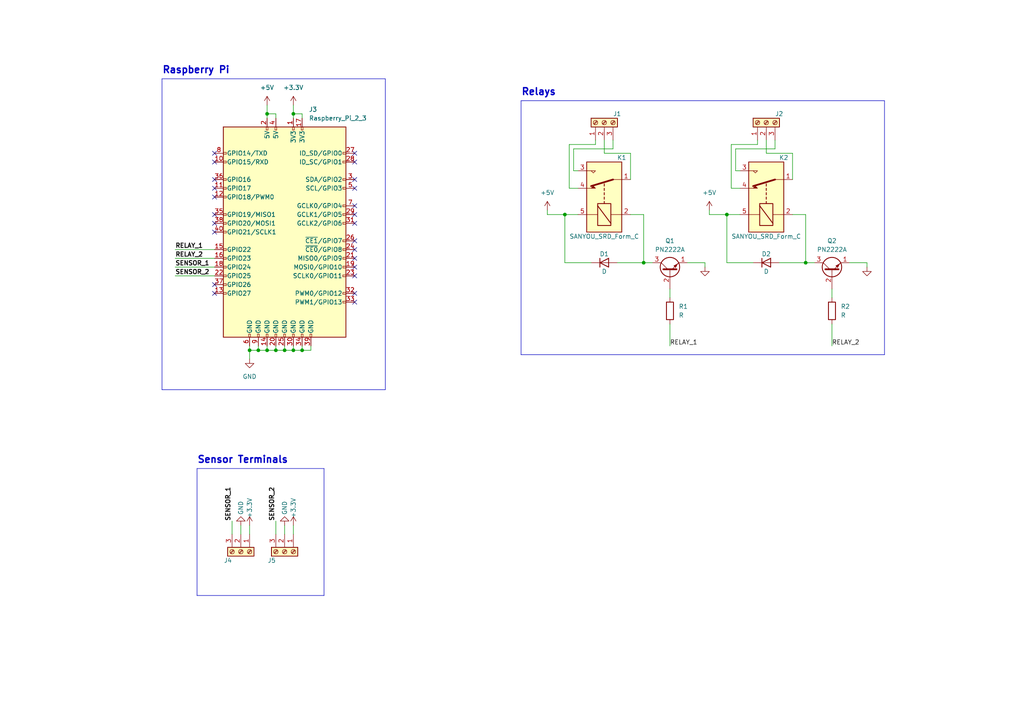
<source format=kicad_sch>
(kicad_sch (version 20230121) (generator eeschema)
  (paper "A4")
  (lib_symbols
    (symbol "Connector:Raspberry_Pi_2_3" (pin_names (offset 1.016))
      (property "Reference" "J" (at -17.78 31.75 0))
      (property "Value" "Raspberry_Pi_2_3" (at 10.16 -31.75 0))
      (symbol "Raspberry_Pi_2_3_0_1"
        (rectangle (start -17.78 30.48) (end 17.78 -30.48) (stroke (width 0.254)) (fill (type background)))
      )
      (symbol "Raspberry_Pi_2_3_1_1"
        (rectangle (start -16.891 -17.526) (end -17.78 -18.034))
        (rectangle (start -16.891 -14.986) (end -17.78 -15.494))
        (rectangle (start -16.891 -12.446) (end -17.78 -12.954))
        (rectangle (start -16.891 -9.906) (end -17.78 -10.414))
        (rectangle (start -16.891 -7.366) (end -17.78 -7.874))
        (rectangle (start -16.891 -4.826) (end -17.78 -5.334))
        (rectangle (start -16.891 0.254) (end -17.78 -0.254))
        (rectangle (start -16.891 2.794) (end -17.78 2.286))
        (rectangle (start -16.891 5.334) (end -17.78 4.826))
        (rectangle (start -16.891 10.414) (end -17.78 9.906))
        (rectangle (start -16.891 12.954) (end -17.78 12.446))
        (rectangle (start -16.891 15.494) (end -17.78 14.986))
        (rectangle (start -16.891 20.574) (end -17.78 20.066))
        (rectangle (start -16.891 23.114) (end -17.78 22.606))
        (rectangle (start -10.414 -29.591) (end -9.906 -30.48))
        (rectangle (start -7.874 -29.591) (end -7.366 -30.48))
        (rectangle (start -5.334 -29.591) (end -4.826 -30.48))
        (rectangle (start -5.334 30.48) (end -4.826 29.591))
        (rectangle (start -2.794 -29.591) (end -2.286 -30.48))
        (rectangle (start -2.794 30.48) (end -2.286 29.591))
        (rectangle (start -0.254 -29.591) (end 0.254 -30.48))
        (rectangle (start 2.286 -29.591) (end 2.794 -30.48))
        (rectangle (start 2.286 30.48) (end 2.794 29.591))
        (rectangle (start 4.826 -29.591) (end 5.334 -30.48))
        (rectangle (start 4.826 30.48) (end 5.334 29.591))
        (rectangle (start 7.366 -29.591) (end 7.874 -30.48))
        (rectangle (start 17.78 -20.066) (end 16.891 -20.574))
        (rectangle (start 17.78 -17.526) (end 16.891 -18.034))
        (rectangle (start 17.78 -12.446) (end 16.891 -12.954))
        (rectangle (start 17.78 -9.906) (end 16.891 -10.414))
        (rectangle (start 17.78 -7.366) (end 16.891 -7.874))
        (rectangle (start 17.78 -4.826) (end 16.891 -5.334))
        (rectangle (start 17.78 -2.286) (end 16.891 -2.794))
        (rectangle (start 17.78 2.794) (end 16.891 2.286))
        (rectangle (start 17.78 5.334) (end 16.891 4.826))
        (rectangle (start 17.78 7.874) (end 16.891 7.366))
        (rectangle (start 17.78 12.954) (end 16.891 12.446))
        (rectangle (start 17.78 15.494) (end 16.891 14.986))
        (rectangle (start 17.78 20.574) (end 16.891 20.066))
        (rectangle (start 17.78 23.114) (end 16.891 22.606))
        (pin power_in line (at 2.54 33.02 270) (length 2.54) (name "3V3") (number "1"))
        (pin bidirectional line (at -20.32 20.32 0) (length 2.54) (name "GPIO15/RXD") (number "10"))
        (pin bidirectional line (at -20.32 12.7 0) (length 2.54) (name "GPIO17") (number "11"))
        (pin bidirectional line (at -20.32 10.16 0) (length 2.54) (name "GPIO18/PWM0") (number "12"))
        (pin bidirectional line (at -20.32 -17.78 0) (length 2.54) (name "GPIO27") (number "13"))
        (pin power_in line (at -5.08 -33.02 90) (length 2.54) (name "GND") (number "14"))
        (pin bidirectional line (at -20.32 -5.08 0) (length 2.54) (name "GPIO22") (number "15"))
        (pin bidirectional line (at -20.32 -7.62 0) (length 2.54) (name "GPIO23") (number "16"))
        (pin power_in line (at 5.08 33.02 270) (length 2.54) (name "3V3") (number "17"))
        (pin bidirectional line (at -20.32 -10.16 0) (length 2.54) (name "GPIO24") (number "18"))
        (pin bidirectional line (at 20.32 -10.16 180) (length 2.54) (name "MOSI0/GPIO10") (number "19"))
        (pin power_in line (at -5.08 33.02 270) (length 2.54) (name "5V") (number "2"))
        (pin power_in line (at -2.54 -33.02 90) (length 2.54) (name "GND") (number "20"))
        (pin bidirectional line (at 20.32 -7.62 180) (length 2.54) (name "MISO0/GPIO9") (number "21"))
        (pin bidirectional line (at -20.32 -12.7 0) (length 2.54) (name "GPIO25") (number "22"))
        (pin bidirectional line (at 20.32 -12.7 180) (length 2.54) (name "SCLK0/GPIO11") (number "23"))
        (pin bidirectional line (at 20.32 -5.08 180) (length 2.54) (name "~{CE0}/GPIO8") (number "24"))
        (pin power_in line (at 0 -33.02 90) (length 2.54) (name "GND") (number "25"))
        (pin bidirectional line (at 20.32 -2.54 180) (length 2.54) (name "~{CE1}/GPIO7") (number "26"))
        (pin bidirectional line (at 20.32 22.86 180) (length 2.54) (name "ID_SD/GPIO0") (number "27"))
        (pin bidirectional line (at 20.32 20.32 180) (length 2.54) (name "ID_SC/GPIO1") (number "28"))
        (pin bidirectional line (at 20.32 5.08 180) (length 2.54) (name "GCLK1/GPIO5") (number "29"))
        (pin bidirectional line (at 20.32 15.24 180) (length 2.54) (name "SDA/GPIO2") (number "3"))
        (pin power_in line (at 2.54 -33.02 90) (length 2.54) (name "GND") (number "30"))
        (pin bidirectional line (at 20.32 2.54 180) (length 2.54) (name "GCLK2/GPIO6") (number "31"))
        (pin bidirectional line (at 20.32 -17.78 180) (length 2.54) (name "PWM0/GPIO12") (number "32"))
        (pin bidirectional line (at 20.32 -20.32 180) (length 2.54) (name "PWM1/GPIO13") (number "33"))
        (pin power_in line (at 5.08 -33.02 90) (length 2.54) (name "GND") (number "34"))
        (pin bidirectional line (at -20.32 5.08 0) (length 2.54) (name "GPIO19/MISO1") (number "35"))
        (pin bidirectional line (at -20.32 15.24 0) (length 2.54) (name "GPIO16") (number "36"))
        (pin bidirectional line (at -20.32 -15.24 0) (length 2.54) (name "GPIO26") (number "37"))
        (pin bidirectional line (at -20.32 2.54 0) (length 2.54) (name "GPIO20/MOSI1") (number "38"))
        (pin power_in line (at 7.62 -33.02 90) (length 2.54) (name "GND") (number "39"))
        (pin power_in line (at -2.54 33.02 270) (length 2.54) (name "5V") (number "4"))
        (pin bidirectional line (at -20.32 0 0) (length 2.54) (name "GPIO21/SCLK1") (number "40"))
        (pin bidirectional line (at 20.32 12.7 180) (length 2.54) (name "SCL/GPIO3") (number "5"))
        (pin power_in line (at -10.16 -33.02 90) (length 2.54) (name "GND") (number "6"))
        (pin bidirectional line (at 20.32 7.62 180) (length 2.54) (name "GCLK0/GPIO4") (number "7"))
        (pin bidirectional line (at -20.32 22.86 0) (length 2.54) (name "GPIO14/TXD") (number "8"))
        (pin power_in line (at -7.62 -33.02 90) (length 2.54) (name "GND") (number "9"))
      )
    )
    (symbol "Connector:Screw_Terminal_01x03" (pin_names (offset 1.016) hide)
      (property "Reference" "J" (at 0 5.08 0))
      (property "Value" "Screw_Terminal_01x03" (at 0 -5.08 0))
      (symbol "Screw_Terminal_01x03_1_1"
        (rectangle (start -1.27 3.81) (end 1.27 -3.81) (stroke (width 0.254)) (fill (type background)))
        (circle (center 0 -2.54) (radius 0.635) (stroke (width 0.1524)))
        (polyline (pts (xy -0.5334 -2.2098) (xy 0.3302 -3.048)) (stroke (width 0.1524)))
        (polyline (pts (xy -0.5334 0.3302) (xy 0.3302 -0.508)) (stroke (width 0.1524)))
        (polyline (pts (xy -0.5334 2.8702) (xy 0.3302 2.032)) (stroke (width 0.1524)))
        (polyline (pts (xy -0.3556 -2.032) (xy 0.508 -2.8702)) (stroke (width 0.1524)))
        (polyline (pts (xy -0.3556 0.508) (xy 0.508 -0.3302)) (stroke (width 0.1524)))
        (polyline (pts (xy -0.3556 3.048) (xy 0.508 2.2098)) (stroke (width 0.1524)))
        (circle (center 0 0) (radius 0.635) (stroke (width 0.1524)))
        (circle (center 0 2.54) (radius 0.635) (stroke (width 0.1524)))
        (pin passive line (at -5.08 2.54 0) (length 3.81) (name "Pin_1") (number "1"))
        (pin passive line (at -5.08 0 0) (length 3.81) (name "Pin_2") (number "2"))
        (pin passive line (at -5.08 -2.54 0) (length 3.81) (name "Pin_3") (number "3"))
      )
    )
    (symbol "Device:D" (pin_numbers hide) (pin_names (offset 1.016) hide)
      (property "Reference" "D" (at 0 2.54 0))
      (property "Value" "D" (at 0 -2.54 0))
      (symbol "D_0_1"
        (polyline (pts (xy -1.27 1.27) (xy -1.27 -1.27)) (stroke (width 0.254)))
        (polyline (pts (xy 1.27 0) (xy -1.27 0)))
        (polyline (pts (xy 1.27 1.27) (xy 1.27 -1.27) (xy -1.27 0) (xy 1.27 1.27)) (stroke (width 0.254)))
      )
      (symbol "D_1_1"
        (pin passive line (at -3.81 0 0) (length 2.54) (name "K") (number "1"))
        (pin passive line (at 3.81 0 180) (length 2.54) (name "A") (number "2"))
      )
    )
    (symbol "Device:R" (pin_numbers hide) (pin_names (offset 0))
      (property "Reference" "R" (at 2.032 0 90))
      (property "Value" "R" (at 0 0 90))
      (symbol "R_0_1"
        (rectangle (start -1.016 -2.54) (end 1.016 2.54) (stroke (width 0.254)))
      )
      (symbol "R_1_1"
        (pin passive line (at 0 3.81 270) (length 1.27) (name "~") (number "1"))
        (pin passive line (at 0 -3.81 90) (length 1.27) (name "~") (number "2"))
      )
    )
    (symbol "Relay:SANYOU_SRD_Form_C"
      (property "Reference" "K" (at 11.43 3.81 0))
      (property "Value" "SANYOU_SRD_Form_C" (at 11.43 1.27 0))
      (symbol "SANYOU_SRD_Form_C_0_0"
        (polyline (pts (xy 7.62 5.08) (xy 7.62 2.54) (xy 6.985 3.175) (xy 7.62 3.81)))
      )
      (symbol "SANYOU_SRD_Form_C_0_1"
        (rectangle (start -10.16 5.08) (end 10.16 -5.08) (stroke (width 0.254)) (fill (type background)))
        (rectangle (start -8.255 1.905) (end -1.905 -1.905) (stroke (width 0.254)))
        (polyline (pts (xy -7.62 -1.905) (xy -2.54 1.905)) (stroke (width 0.254)))
        (polyline (pts (xy -5.08 -5.08) (xy -5.08 -1.905)))
        (polyline (pts (xy -5.08 5.08) (xy -5.08 1.905)))
        (polyline (pts (xy -1.905 0) (xy -1.27 0)) (stroke (width 0.254)))
        (polyline (pts (xy -0.635 0) (xy 0 0)) (stroke (width 0.254)))
        (polyline (pts (xy 0.635 0) (xy 1.27 0)) (stroke (width 0.254)))
        (polyline (pts (xy 1.905 0) (xy 2.54 0)) (stroke (width 0.254)))
        (polyline (pts (xy 3.175 0) (xy 3.81 0)) (stroke (width 0.254)))
        (polyline (pts (xy 5.08 -2.54) (xy 3.175 3.81)) (stroke (width 0.508)))
        (polyline (pts (xy 5.08 -2.54) (xy 5.08 -5.08)))
      )
      (symbol "SANYOU_SRD_Form_C_1_1"
        (polyline (pts (xy 2.54 3.81) (xy 3.175 3.175) (xy 2.54 2.54) (xy 2.54 5.08)) (fill (type outline)))
        (pin passive line (at 5.08 -7.62 90) (length 2.54) (name "~") (number "1"))
        (pin passive line (at -5.08 -7.62 90) (length 2.54) (name "~") (number "2"))
        (pin passive line (at 7.62 7.62 270) (length 2.54) (name "~") (number "3"))
        (pin passive line (at 2.54 7.62 270) (length 2.54) (name "~") (number "4"))
        (pin passive line (at -5.08 7.62 270) (length 2.54) (name "~") (number "5"))
      )
    )
    (symbol "Transistor_BJT:PN2222A" (pin_names (offset 0) hide)
      (property "Reference" "Q" (at 5.08 1.905 0))
      (property "Value" "PN2222A" (at 5.08 0 0))
      (symbol "PN2222A_0_1"
        (polyline (pts (xy 0 0) (xy 0.635 0)))
        (polyline (pts (xy 2.54 -2.54) (xy 0.635 -0.635)))
        (polyline (pts (xy 2.54 2.54) (xy 0.635 0.635)))
        (polyline (pts (xy 0.635 1.905) (xy 0.635 -1.905) (xy 0.635 -1.905)) (stroke (width 0.508)))
        (polyline (pts (xy 2.413 -2.413) (xy 1.905 -1.905) (xy 1.905 -1.905)))
        (polyline (pts (xy 1.143 -1.651) (xy 1.651 -1.143) (xy 2.159 -2.159) (xy 1.143 -1.651) (xy 1.143 -1.651)) (fill (type outline)))
        (circle (center 1.27 0) (radius 2.8194) (stroke (width 0.254)))
      )
      (symbol "PN2222A_1_1"
        (pin passive line (at 2.54 -5.08 90) (length 2.54) (name "E") (number "1"))
        (pin input line (at -5.08 0 0) (length 5.08) (name "B") (number "2"))
        (pin passive line (at 2.54 5.08 270) (length 2.54) (name "C") (number "3"))
      )
    )
    (symbol "power:+3.3V" (power) (pin_names (offset 0))
      (property "Value" "+3.3V" (at 0 3.556 0))
      (symbol "+3.3V_0_1"
        (polyline (pts (xy -0.762 1.27) (xy 0 2.54)))
        (polyline (pts (xy 0 0) (xy 0 2.54)))
        (polyline (pts (xy 0 2.54) (xy 0.762 1.27)))
      )
      (symbol "+3.3V_1_1"
        (pin power_in line (at 0 0 90) (length 0) hide (name "+3.3V") (number "1"))
      )
    )
    (symbol "power:+5V" (power) (pin_names (offset 0))
      (property "Value" "+5V" (at 0 3.556 0))
      (symbol "+5V_0_1"
        (polyline (pts (xy -0.762 1.27) (xy 0 2.54)))
        (polyline (pts (xy 0 0) (xy 0 2.54)))
        (polyline (pts (xy 0 2.54) (xy 0.762 1.27)))
      )
      (symbol "+5V_1_1"
        (pin power_in line (at 0 0 90) (length 0) hide (name "+5V") (number "1"))
      )
    )
    (symbol "power:GND" (power) (pin_names (offset 0))
      (property "Value" "GND" (at 0 -3.81 0))
      (symbol "GND_0_1"
        (polyline (pts (xy 0 0) (xy 0 -1.27) (xy 1.27 -1.27) (xy 0 -2.54) (xy -1.27 -1.27) (xy 0 -1.27)))
      )
      (symbol "GND_1_1"
        (pin power_in line (at 0 0 270) (length 0) hide (name "GND") (number "1"))
      )
    )
  )
  (junction (at 82.55 101.6))
  (junction (at 163.83 62.23))
  (junction (at 186.69 76.2))
  (junction (at 85.09 101.6))
  (junction (at 85.09 33.02))
  (junction (at 80.01 101.6))
  (junction (at 87.63 101.6))
  (junction (at 233.68 76.2))
  (junction (at 74.93 101.6))
  (junction (at 72.39 101.6))
  (junction (at 77.47 33.02))
  (junction (at 210.82 62.23))
  (junction (at 77.47 101.6))
  (no_connect (at 102.87 59.69))
  (no_connect (at 102.87 52.07))
  (no_connect (at 102.87 80.01))
  (no_connect (at 62.23 46.99))
  (no_connect (at 102.87 74.93))
  (no_connect (at 102.87 69.85))
  (no_connect (at 62.23 54.61))
  (no_connect (at 62.23 64.77))
  (no_connect (at 62.23 62.23))
  (no_connect (at 102.87 77.47))
  (no_connect (at 102.87 85.09))
  (no_connect (at 102.87 54.61))
  (no_connect (at 62.23 85.09))
  (no_connect (at 62.23 82.55))
  (no_connect (at 62.23 57.15))
  (no_connect (at 102.87 72.39))
  (no_connect (at 62.23 52.07))
  (no_connect (at 62.23 44.45))
  (no_connect (at 102.87 44.45))
  (no_connect (at 102.87 64.77))
  (no_connect (at 102.87 46.99))
  (no_connect (at 102.87 87.63))
  (no_connect (at 62.23 67.31))
  (no_connect (at 102.87 62.23))
  (wire (pts (xy 50.8 74.93) (xy 62.23 74.93)))
  (wire (pts (xy 222.25 44.45) (xy 229.87 44.45)))
  (wire (pts (xy 186.69 76.2) (xy 186.69 62.23)))
  (wire (pts (xy 74.93 101.6) (xy 74.93 100.33)))
  (wire (pts (xy 67.31 151.13) (xy 67.31 154.94)))
  (wire (pts (xy 87.63 101.6) (xy 87.63 100.33)))
  (wire (pts (xy 87.63 33.02) (xy 87.63 34.29)))
  (wire (pts (xy 241.3 83.82) (xy 241.3 86.36)))
  (wire (pts (xy 246.38 76.2) (xy 251.46 76.2)))
  (wire (pts (xy 179.07 76.2) (xy 186.69 76.2)))
  (wire (pts (xy 177.8 43.18) (xy 166.37 43.18)))
  (wire (pts (xy 251.46 76.2) (xy 251.46 77.47)))
  (wire (pts (xy 199.39 76.2) (xy 204.47 76.2)))
  (wire (pts (xy 82.55 152.4) (xy 82.55 154.94)))
  (wire (pts (xy 204.47 76.2) (xy 204.47 77.47)))
  (wire (pts (xy 241.3 93.98) (xy 241.3 100.33)))
  (polyline (pts (xy 57.15 135.89) (xy 57.15 172.72)))
  (wire (pts (xy 166.37 43.18) (xy 166.37 49.53)))
  (wire (pts (xy 77.47 33.02) (xy 80.01 33.02)))
  (polyline (pts (xy 46.99 22.86) (xy 111.76 22.86)))
  (wire (pts (xy 205.74 62.23) (xy 210.82 62.23)))
  (wire (pts (xy 212.09 54.61) (xy 212.09 41.91)))
  (wire (pts (xy 158.75 60.96) (xy 158.75 62.23)))
  (wire (pts (xy 72.39 101.6) (xy 74.93 101.6)))
  (wire (pts (xy 163.83 62.23) (xy 167.64 62.23)))
  (wire (pts (xy 80.01 101.6) (xy 82.55 101.6)))
  (wire (pts (xy 233.68 76.2) (xy 236.22 76.2)))
  (wire (pts (xy 229.87 44.45) (xy 229.87 52.07)))
  (wire (pts (xy 177.8 40.64) (xy 177.8 43.18)))
  (wire (pts (xy 165.1 41.91) (xy 172.72 41.91)))
  (wire (pts (xy 233.68 76.2) (xy 233.68 62.23)))
  (wire (pts (xy 194.31 83.82) (xy 194.31 86.36)))
  (wire (pts (xy 80.01 101.6) (xy 80.01 100.33)))
  (wire (pts (xy 69.85 152.4) (xy 69.85 154.94)))
  (wire (pts (xy 226.06 76.2) (xy 233.68 76.2)))
  (wire (pts (xy 85.09 33.02) (xy 87.63 33.02)))
  (wire (pts (xy 218.44 76.2) (xy 210.82 76.2)))
  (wire (pts (xy 222.25 40.64) (xy 222.25 44.45)))
  (wire (pts (xy 171.45 76.2) (xy 163.83 76.2)))
  (wire (pts (xy 166.37 49.53) (xy 167.64 49.53)))
  (wire (pts (xy 72.39 152.4) (xy 72.39 154.94)))
  (wire (pts (xy 165.1 54.61) (xy 165.1 41.91)))
  (wire (pts (xy 85.09 152.4) (xy 85.09 154.94)))
  (polyline (pts (xy 111.76 113.03) (xy 111.76 22.86)))
  (wire (pts (xy 85.09 101.6) (xy 85.09 100.33)))
  (wire (pts (xy 219.71 41.91) (xy 219.71 40.64)))
  (wire (pts (xy 82.55 101.6) (xy 82.55 100.33)))
  (wire (pts (xy 214.63 54.61) (xy 212.09 54.61)))
  (wire (pts (xy 50.8 80.01) (xy 62.23 80.01)))
  (wire (pts (xy 85.09 33.02) (xy 85.09 34.29)))
  (wire (pts (xy 186.69 76.2) (xy 189.23 76.2)))
  (polyline (pts (xy 57.15 172.72) (xy 93.98 172.72)))
  (wire (pts (xy 85.09 30.48) (xy 85.09 33.02)))
  (wire (pts (xy 158.75 62.23) (xy 163.83 62.23)))
  (wire (pts (xy 85.09 101.6) (xy 87.63 101.6)))
  (wire (pts (xy 87.63 101.6) (xy 90.17 101.6)))
  (wire (pts (xy 210.82 76.2) (xy 210.82 62.23)))
  (polyline (pts (xy 151.13 29.21) (xy 256.54 29.21)))
  (wire (pts (xy 233.68 62.23) (xy 229.87 62.23)))
  (polyline (pts (xy 46.99 113.03) (xy 111.76 113.03)))
  (wire (pts (xy 77.47 101.6) (xy 77.47 100.33)))
  (wire (pts (xy 74.93 101.6) (xy 77.47 101.6)))
  (wire (pts (xy 90.17 101.6) (xy 90.17 100.33)))
  (wire (pts (xy 72.39 100.33) (xy 72.39 101.6)))
  (wire (pts (xy 210.82 62.23) (xy 214.63 62.23)))
  (wire (pts (xy 72.39 101.6) (xy 72.39 104.14)))
  (wire (pts (xy 205.74 60.96) (xy 205.74 62.23)))
  (wire (pts (xy 213.36 49.53) (xy 214.63 49.53)))
  (polyline (pts (xy 93.98 172.72) (xy 93.98 135.89)))
  (wire (pts (xy 80.01 151.13) (xy 80.01 154.94)))
  (wire (pts (xy 175.26 40.64) (xy 175.26 44.45)))
  (polyline (pts (xy 151.13 29.21) (xy 151.13 102.87)))
  (wire (pts (xy 175.26 44.45) (xy 182.88 44.45)))
  (wire (pts (xy 50.8 77.47) (xy 62.23 77.47)))
  (polyline (pts (xy 46.99 22.86) (xy 46.99 113.03)))
  (wire (pts (xy 163.83 76.2) (xy 163.83 62.23)))
  (wire (pts (xy 224.79 40.64) (xy 224.79 43.18)))
  (polyline (pts (xy 57.15 135.89) (xy 93.98 135.89)))
  (wire (pts (xy 50.8 72.39) (xy 62.23 72.39)))
  (wire (pts (xy 172.72 41.91) (xy 172.72 40.64)))
  (wire (pts (xy 80.01 33.02) (xy 80.01 34.29)))
  (wire (pts (xy 186.69 62.23) (xy 182.88 62.23)))
  (wire (pts (xy 77.47 33.02) (xy 77.47 34.29)))
  (wire (pts (xy 82.55 101.6) (xy 85.09 101.6)))
  (wire (pts (xy 77.47 30.48) (xy 77.47 33.02)))
  (polyline (pts (xy 151.13 102.87) (xy 256.54 102.87)))
  (wire (pts (xy 212.09 41.91) (xy 219.71 41.91)))
  (wire (pts (xy 194.31 93.98) (xy 194.31 100.33)))
  (wire (pts (xy 182.88 44.45) (xy 182.88 52.07)))
  (wire (pts (xy 77.47 101.6) (xy 80.01 101.6)))
  (wire (pts (xy 224.79 43.18) (xy 213.36 43.18)))
  (wire (pts (xy 213.36 43.18) (xy 213.36 49.53)))
  (wire (pts (xy 167.64 54.61) (xy 165.1 54.61)))
  (polyline (pts (xy 256.54 102.87) (xy 256.54 29.21)))
  (text "Sensor Terminals" (at 57.15 134.62 0) (effects (font (size 2 2) bold) (justify left bottom)))
  (text "Raspberry Pi" (at 46.99 21.59 0) (effects (font (size 2 2) bold) (justify left bottom)))
  (text "Relays" (at 151.13 27.94 0) (effects (font (size 2 2) (thickness 0.4) bold) (justify left bottom)))
  (label "SENSOR_2" (at 80.01 151.13 90) (effects (font bold)))
  (label "SENSOR_1" (at 50.8 77.47 0) (effects (font bold)))
  (label "SENSOR_2" (at 50.8 80.01 0) (effects (font bold)))
  (label "RELAY_2" (at 50.8 74.93 0) (effects (font bold)))
  (label "SENSOR_1" (at 67.31 151.13 90) (effects (font bold)))
  (label "RELAY_2" (at 241.3 100.33 0))
  (label "RELAY_1" (at 50.8 72.39 0) (effects (font bold)))
  (label "RELAY_1" (at 194.31 100.33 0))
  (symbol (lib_id "Transistor_BJT:PN2222A") (at 194.31 78.74 90) (unit 1)
    (property "Reference" "Q1" (at 194.31 69.85 90))
    (property "Value" "PN2222A" (at 194.31 72.39 90))
    (property "Footprint" "Package_TO_SOT_THT:TO-92_Inline" (effects hide))
    (property "Datasheet" "https://www.onsemi.com/pub/Collateral/PN2222-D.PDF" (effects hide))
  )
  (symbol (lib_id "power:+3.3V") (at 85.09 152.4 0) (unit 1)
    (property "Reference" "#PWR08" (effects hide))
    (property "Value" "+3.3V" (at 85.09 147.32 90))
  )
  (symbol (lib_id "power:GND") (at 69.85 152.4 180) (unit 1)
    (property "Reference" "#PWR010" (effects hide))
    (property "Value" "GND" (at 69.85 147.32 90))
  )
  (symbol (lib_id "Transistor_BJT:PN2222A") (at 241.3 78.74 90) (unit 1)
    (property "Reference" "Q2" (at 241.3 69.85 90))
    (property "Value" "PN2222A" (at 241.3 72.39 90))
    (property "Footprint" "Package_TO_SOT_THT:TO-92_Inline" (effects hide))
    (property "Datasheet" "https://www.onsemi.com/pub/Collateral/PN2222-D.PDF" (effects hide))
  )
  (symbol (lib_id "Connector:Screw_Terminal_01x03") (at 82.55 160.02 270) (unit 1)
    (property "Reference" "J5" (at 80.01 162.56 90) (effects (justify right)))
    (property "Value" "Screw_Terminal_01x03" (effects hide))
    (property "Footprint" "TerminalBlock_RND:TerminalBlock_RND_205-00013_1x03_P5.00mm_Horizontal" (effects hide))
  )
  (symbol (lib_id "Connector:Raspberry_Pi_2_3") (at 82.55 67.31 0) (unit 1)
    (property "Reference" "J3" (at 89.5859 31.75 0) (effects (justify left)))
    (property "Value" "Raspberry_Pi_2_3" (at 89.5859 34.29 0) (effects (justify left)))
    (property "Footprint" "Connector_PinSocket_2.54mm:PinSocket_2x20_P2.54mm_Vertical" (effects hide))
    (property "Datasheet" "https://www.raspberrypi.org/documentation/hardware/raspberrypi/schematics/rpi_SCH_3bplus_1p0_reduced.pdf" (effects hide))
  )
  (symbol (lib_id "power:+5V") (at 158.75 60.96 0) (unit 1)
    (property "Reference" "#PWR01" (effects hide))
    (property "Value" "+5V" (at 158.75 55.88 0))
  )
  (symbol (lib_id "Connector:Screw_Terminal_01x03") (at 222.25 35.56 90) (unit 1)
    (property "Reference" "J2" (at 224.79 33.02 90) (effects (justify right)))
    (property "Value" "Screw_Terminal_01x03" (effects hide))
    (property "Footprint" "TerminalBlock_RND:TerminalBlock_RND_205-00013_1x03_P5.00mm_Horizontal" (effects hide))
  )
  (symbol (lib_id "Device:D") (at 175.26 76.2 0) (unit 1)
    (property "Reference" "D1" (at 175.26 73.66 0))
    (property "Value" "D" (at 175.26 78.74 0))
    (property "Footprint" "Diode_THT:D_DO-35_SOD27_P3.81mm_Vertical_AnodeUp" (effects hide))
    (property "Sim.Device" "D" (effects hide))
    (property "Sim.Pins" "1=K 2=A" (effects hide))
  )
  (symbol (lib_id "power:GND") (at 82.55 152.4 180) (unit 1)
    (property "Reference" "#PWR011" (effects hide))
    (property "Value" "GND" (at 82.55 147.32 90))
  )
  (symbol (lib_id "power:+5V") (at 205.74 60.96 0) (unit 1)
    (property "Reference" "#PWR03" (effects hide))
    (property "Value" "+5V" (at 205.74 55.88 0))
  )
  (symbol (lib_id "power:+3.3V") (at 72.39 152.4 0) (unit 1)
    (property "Reference" "#PWR09" (effects hide))
    (property "Value" "+3.3V" (at 72.39 147.32 90))
  )
  (symbol (lib_id "power:GND") (at 72.39 104.14 0) (unit 1)
    (property "Reference" "#PWR05" (effects hide))
    (property "Value" "GND" (at 72.39 109.22 0))
  )
  (symbol (lib_id "power:+3.3V") (at 85.09 30.48 0) (unit 1)
    (property "Reference" "#PWR07" (effects hide))
    (property "Value" "+3.3V" (at 85.09 25.4 0))
  )
  (symbol (lib_id "Connector:Screw_Terminal_01x03") (at 69.85 160.02 270) (unit 1)
    (property "Reference" "J4" (at 67.31 162.56 90) (effects (justify right)))
    (property "Value" "Screw_Terminal_01x03" (effects hide))
    (property "Footprint" "TerminalBlock_RND:TerminalBlock_RND_205-00013_1x03_P5.00mm_Horizontal" (effects hide))
  )
  (symbol (lib_id "Device:D") (at 222.25 76.2 0) (unit 1)
    (property "Reference" "D2" (at 222.25 73.66 0))
    (property "Value" "D" (at 222.25 78.74 0))
    (property "Footprint" "Diode_THT:D_DO-35_SOD27_P3.81mm_Vertical_AnodeUp" (effects hide))
    (property "Sim.Device" "D" (effects hide))
    (property "Sim.Pins" "1=K 2=A" (effects hide))
  )
  (symbol (lib_id "Relay:SANYOU_SRD_Form_C") (at 175.26 57.15 90) (unit 1)
    (property "Reference" "K1" (at 180.34 45.72 90))
    (property "Value" "SANYOU_SRD_Form_C" (at 175.26 68.58 90))
    (property "Footprint" "Relay_THT:Relay_SPDT_SANYOU_SRD_Series_Form_C" (effects hide))
    (property "Datasheet" "http://www.sanyourelay.ca/public/products/pdf/SRD.pdf" (effects hide))
  )
  (symbol (lib_id "power:+5V") (at 77.47 30.48 0) (unit 1)
    (property "Reference" "#PWR06" (effects hide))
    (property "Value" "+5V" (at 77.47 25.4 0))
  )
  (symbol (lib_id "Relay:SANYOU_SRD_Form_C") (at 222.25 57.15 90) (unit 1)
    (property "Reference" "K2" (at 227.33 45.72 90))
    (property "Value" "SANYOU_SRD_Form_C" (at 222.25 68.58 90))
    (property "Footprint" "Relay_THT:Relay_SPDT_SANYOU_SRD_Series_Form_C" (effects hide))
    (property "Datasheet" "http://www.sanyourelay.ca/public/products/pdf/SRD.pdf" (effects hide))
  )
  (symbol (lib_id "Connector:Screw_Terminal_01x03") (at 175.26 35.56 90) (unit 1)
    (property "Reference" "J1" (at 177.8 33.02 90) (effects (justify right)))
    (property "Value" "Screw_Terminal_01x03" (effects hide))
    (property "Footprint" "TerminalBlock_RND:TerminalBlock_RND_205-00013_1x03_P5.00mm_Horizontal" (effects hide))
  )
  (symbol (lib_id "power:GND") (at 251.46 77.47 0) (unit 1)
    (property "Reference" "#PWR04" (effects hide))
    (property "Value" "GND" (effects hide))
  )
  (symbol (lib_id "Device:R") (at 241.3 90.17 0) (unit 1)
    (property "Reference" "R2" (at 243.84 88.9 0) (effects (justify left)))
    (property "Value" "R" (at 243.84 91.44 0) (effects (justify left)))
    (property "Footprint" "Resistor_THT:R_Axial_DIN0207_L6.3mm_D2.5mm_P7.62mm_Horizontal" (effects hide))
  )
  (symbol (lib_id "Device:R") (at 194.31 90.17 0) (unit 1)
    (property "Reference" "R1" (at 196.85 88.9 0) (effects (justify left)))
    (property "Value" "R" (at 196.85 91.44 0) (effects (justify left)))
    (property "Footprint" "Resistor_THT:R_Axial_DIN0207_L6.3mm_D2.5mm_P7.62mm_Horizontal" (effects hide))
  )
  (symbol (lib_id "power:GND") (at 204.47 77.47 0) (unit 1)
    (property "Reference" "#PWR02" (effects hide))
    (property "Value" "GND" (effects hide))
  )
)
</source>
